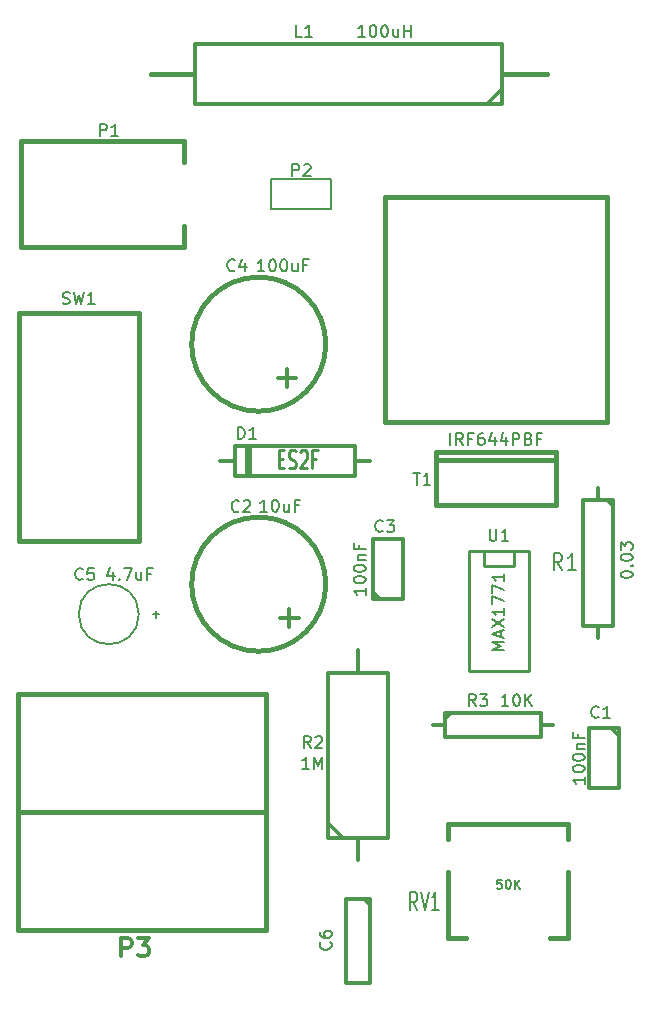
<source format=gto>
G04 (created by PCBNEW (2013-feb-26)-testing) date Mon 22 Apr 2013 05:52:35 PM PDT*
%MOIN*%
G04 Gerber Fmt 3.4, Leading zero omitted, Abs format*
%FSLAX34Y34*%
G01*
G70*
G90*
G04 APERTURE LIST*
%ADD10C,2.3622e-06*%
%ADD11C,0.015*%
%ADD12C,0.006*%
%ADD13C,0.01*%
%ADD14C,0.012*%
%ADD15C,0.005*%
%ADD16C,0.008*%
%ADD17C,0.014*%
%ADD18C,0.0075*%
G04 APERTURE END LIST*
G54D10*
G54D11*
X38000Y-41450D02*
X38000Y-49050D01*
X38000Y-49050D02*
X34000Y-49050D01*
X34000Y-49050D02*
X34000Y-41450D01*
X34000Y-41450D02*
X38000Y-41450D01*
G54D12*
X42400Y-38000D02*
X42400Y-37000D01*
X42400Y-37000D02*
X44400Y-37000D01*
X44400Y-37000D02*
X44400Y-38000D01*
X44400Y-38000D02*
X42400Y-38000D01*
G54D13*
X50500Y-49400D02*
X50500Y-49900D01*
X50500Y-49900D02*
X49500Y-49900D01*
X49500Y-49900D02*
X49500Y-49400D01*
X51000Y-49400D02*
X51000Y-53400D01*
X51000Y-53400D02*
X49000Y-53400D01*
X49000Y-53400D02*
X49000Y-49400D01*
X49000Y-49400D02*
X51000Y-49400D01*
G54D11*
X39500Y-38563D02*
X39500Y-39272D01*
X39500Y-39272D02*
X34067Y-39272D01*
X34067Y-39272D02*
X34067Y-35768D01*
X34067Y-35768D02*
X34067Y-35728D01*
X34067Y-35728D02*
X39500Y-35728D01*
X39500Y-35728D02*
X39500Y-36437D01*
X44236Y-50500D02*
G75*
G03X44236Y-50500I-2236J0D01*
G74*
G01*
X44236Y-42500D02*
G75*
G03X44236Y-42500I-2236J0D01*
G74*
G01*
G54D14*
X45700Y-61000D02*
X45700Y-63800D01*
X45700Y-63800D02*
X44900Y-63800D01*
X44900Y-63800D02*
X44900Y-61000D01*
X44900Y-61000D02*
X45700Y-61000D01*
X45500Y-61000D02*
X45700Y-61200D01*
G54D15*
X38001Y-51500D02*
G75*
G03X38001Y-51500I-1001J0D01*
G74*
G01*
G54D14*
X45800Y-50980D02*
X45800Y-49000D01*
X45800Y-49000D02*
X46800Y-49000D01*
X46800Y-49000D02*
X46800Y-51000D01*
X46800Y-51000D02*
X45800Y-51000D01*
X46050Y-51000D02*
X45800Y-50750D01*
X54000Y-55320D02*
X54000Y-57300D01*
X54000Y-57300D02*
X53000Y-57300D01*
X53000Y-57300D02*
X53000Y-55300D01*
X53000Y-55300D02*
X54000Y-55300D01*
X53750Y-55300D02*
X54000Y-55550D01*
X47800Y-55200D02*
X48200Y-55200D01*
X48200Y-55200D02*
X48200Y-54800D01*
X48200Y-54800D02*
X51400Y-54800D01*
X51400Y-54800D02*
X51400Y-55600D01*
X51400Y-55600D02*
X48200Y-55600D01*
X48200Y-55600D02*
X48200Y-55200D01*
X48200Y-55000D02*
X48400Y-54800D01*
X51800Y-55200D02*
X51400Y-55200D01*
X40700Y-46400D02*
X41200Y-46400D01*
X41200Y-46400D02*
X41200Y-46900D01*
X41200Y-46900D02*
X45200Y-46900D01*
X45200Y-46900D02*
X45200Y-46400D01*
X45200Y-46400D02*
X45700Y-46400D01*
X45200Y-46400D02*
X45200Y-45900D01*
X45200Y-45900D02*
X41200Y-45900D01*
X41200Y-45900D02*
X41200Y-46400D01*
X41700Y-46900D02*
X41700Y-45900D01*
X41600Y-46900D02*
X41600Y-45900D01*
X45300Y-59700D02*
X45300Y-59700D01*
X45300Y-59700D02*
X45300Y-59700D01*
X45300Y-53450D02*
X45300Y-52700D01*
X45300Y-52700D02*
X45300Y-52700D01*
X46300Y-53450D02*
X46300Y-58950D01*
X44300Y-58950D02*
X44300Y-53450D01*
X44800Y-58950D02*
X44300Y-58450D01*
X44300Y-53450D02*
X46300Y-53450D01*
X44300Y-58950D02*
X46300Y-58950D01*
X45300Y-59700D02*
X45300Y-58950D01*
X53300Y-47300D02*
X53300Y-47700D01*
X53300Y-52300D02*
X53300Y-51900D01*
X53800Y-51900D02*
X52800Y-51900D01*
X52800Y-51900D02*
X52800Y-47700D01*
X52800Y-47700D02*
X53800Y-47700D01*
X53800Y-47700D02*
X53800Y-51900D01*
X53600Y-47700D02*
X53800Y-47900D01*
G54D11*
X50150Y-33500D02*
X51600Y-33500D01*
X39800Y-33500D02*
X38400Y-33500D01*
G54D14*
X39882Y-32500D02*
X50118Y-32500D01*
X50118Y-34500D02*
X39882Y-34500D01*
X50112Y-34000D02*
X49612Y-34500D01*
X39882Y-34500D02*
X39882Y-32500D01*
X50118Y-34500D02*
X50118Y-32500D01*
G54D11*
X33966Y-58100D02*
X42234Y-58100D01*
X33966Y-54163D02*
X33966Y-62037D01*
X42234Y-54163D02*
X42234Y-62037D01*
X33966Y-54163D02*
X42234Y-54163D01*
X42234Y-62037D02*
X33966Y-62037D01*
X53600Y-37600D02*
X46200Y-37600D01*
X53600Y-45100D02*
X53600Y-37600D01*
X46200Y-45100D02*
X46200Y-37600D01*
X46200Y-45100D02*
X53600Y-45100D01*
X47900Y-46350D02*
X47900Y-46100D01*
X47900Y-46100D02*
X51900Y-46100D01*
X51900Y-46100D02*
X51900Y-46350D01*
X47900Y-47850D02*
X47900Y-46350D01*
X47900Y-46350D02*
X51900Y-46350D01*
X51900Y-46350D02*
X51900Y-47850D01*
X51900Y-47850D02*
X47900Y-47850D01*
X52300Y-60300D02*
X52300Y-60100D01*
X52300Y-58800D02*
X52300Y-59000D01*
X48300Y-58800D02*
X48300Y-59000D01*
X48300Y-60300D02*
X48300Y-60100D01*
X48800Y-62300D02*
X48900Y-62300D01*
X48300Y-60300D02*
X48300Y-62300D01*
X48300Y-62300D02*
X48800Y-62300D01*
X52300Y-58800D02*
X52300Y-58500D01*
X52300Y-58500D02*
X48300Y-58500D01*
X48300Y-58500D02*
X48300Y-58800D01*
X51700Y-62300D02*
X52300Y-62300D01*
X52300Y-62300D02*
X52300Y-60300D01*
G54D16*
X35466Y-41142D02*
X35523Y-41161D01*
X35619Y-41161D01*
X35657Y-41142D01*
X35676Y-41123D01*
X35695Y-41085D01*
X35695Y-41047D01*
X35676Y-41009D01*
X35657Y-40990D01*
X35619Y-40971D01*
X35542Y-40952D01*
X35504Y-40933D01*
X35485Y-40914D01*
X35466Y-40876D01*
X35466Y-40838D01*
X35485Y-40800D01*
X35504Y-40780D01*
X35542Y-40761D01*
X35638Y-40761D01*
X35695Y-40780D01*
X35828Y-40761D02*
X35923Y-41161D01*
X36000Y-40876D01*
X36076Y-41161D01*
X36171Y-40761D01*
X36533Y-41161D02*
X36304Y-41161D01*
X36419Y-41161D02*
X36419Y-40761D01*
X36380Y-40819D01*
X36342Y-40857D01*
X36304Y-40876D01*
X43124Y-36901D02*
X43124Y-36501D01*
X43277Y-36501D01*
X43315Y-36520D01*
X43334Y-36540D01*
X43353Y-36578D01*
X43353Y-36635D01*
X43334Y-36673D01*
X43315Y-36692D01*
X43277Y-36711D01*
X43124Y-36711D01*
X43505Y-36540D02*
X43524Y-36520D01*
X43562Y-36501D01*
X43658Y-36501D01*
X43696Y-36520D01*
X43715Y-36540D01*
X43734Y-36578D01*
X43734Y-36616D01*
X43715Y-36673D01*
X43486Y-36901D01*
X43734Y-36901D01*
X49695Y-48661D02*
X49695Y-48985D01*
X49714Y-49023D01*
X49733Y-49042D01*
X49771Y-49061D01*
X49847Y-49061D01*
X49885Y-49042D01*
X49904Y-49023D01*
X49923Y-48985D01*
X49923Y-48661D01*
X50323Y-49061D02*
X50095Y-49061D01*
X50209Y-49061D02*
X50209Y-48661D01*
X50171Y-48719D01*
X50133Y-48757D01*
X50095Y-48776D01*
X50181Y-52691D02*
X49781Y-52691D01*
X50067Y-52557D01*
X49781Y-52424D01*
X50181Y-52424D01*
X50067Y-52253D02*
X50067Y-52062D01*
X50181Y-52291D02*
X49781Y-52157D01*
X50181Y-52024D01*
X49781Y-51929D02*
X50181Y-51662D01*
X49781Y-51662D02*
X50181Y-51929D01*
X50181Y-51300D02*
X50181Y-51529D01*
X50181Y-51414D02*
X49781Y-51414D01*
X49839Y-51453D01*
X49877Y-51491D01*
X49896Y-51529D01*
X49781Y-51167D02*
X49781Y-50900D01*
X50181Y-51072D01*
X49781Y-50786D02*
X49781Y-50519D01*
X50181Y-50691D01*
X50181Y-50157D02*
X50181Y-50386D01*
X50181Y-50272D02*
X49781Y-50272D01*
X49839Y-50310D01*
X49877Y-50348D01*
X49896Y-50386D01*
X36704Y-35561D02*
X36704Y-35161D01*
X36857Y-35161D01*
X36895Y-35180D01*
X36914Y-35200D01*
X36933Y-35238D01*
X36933Y-35295D01*
X36914Y-35333D01*
X36895Y-35352D01*
X36857Y-35371D01*
X36704Y-35371D01*
X37314Y-35561D02*
X37085Y-35561D01*
X37200Y-35561D02*
X37200Y-35161D01*
X37161Y-35219D01*
X37123Y-35257D01*
X37085Y-35276D01*
X41343Y-48063D02*
X41324Y-48082D01*
X41267Y-48101D01*
X41229Y-48101D01*
X41171Y-48082D01*
X41133Y-48044D01*
X41114Y-48006D01*
X41095Y-47930D01*
X41095Y-47873D01*
X41114Y-47797D01*
X41133Y-47759D01*
X41171Y-47720D01*
X41229Y-47701D01*
X41267Y-47701D01*
X41324Y-47720D01*
X41343Y-47740D01*
X41495Y-47740D02*
X41514Y-47720D01*
X41552Y-47701D01*
X41648Y-47701D01*
X41686Y-47720D01*
X41705Y-47740D01*
X41724Y-47778D01*
X41724Y-47816D01*
X41705Y-47873D01*
X41476Y-48101D01*
X41724Y-48101D01*
X42281Y-48081D02*
X42052Y-48081D01*
X42167Y-48081D02*
X42167Y-47681D01*
X42129Y-47739D01*
X42090Y-47777D01*
X42052Y-47796D01*
X42529Y-47681D02*
X42567Y-47681D01*
X42605Y-47700D01*
X42624Y-47720D01*
X42643Y-47758D01*
X42662Y-47834D01*
X42662Y-47929D01*
X42643Y-48005D01*
X42624Y-48043D01*
X42605Y-48062D01*
X42567Y-48081D01*
X42529Y-48081D01*
X42490Y-48062D01*
X42471Y-48043D01*
X42452Y-48005D01*
X42433Y-47929D01*
X42433Y-47834D01*
X42452Y-47758D01*
X42471Y-47720D01*
X42490Y-47700D01*
X42529Y-47681D01*
X43005Y-47815D02*
X43005Y-48081D01*
X42833Y-47815D02*
X42833Y-48024D01*
X42852Y-48062D01*
X42890Y-48081D01*
X42948Y-48081D01*
X42986Y-48062D01*
X43005Y-48043D01*
X43329Y-47872D02*
X43195Y-47872D01*
X43195Y-48081D02*
X43195Y-47681D01*
X43386Y-47681D01*
G54D17*
X42719Y-51621D02*
X43328Y-51621D01*
X43024Y-51925D02*
X43024Y-51316D01*
G54D16*
X41203Y-40033D02*
X41184Y-40052D01*
X41127Y-40071D01*
X41089Y-40071D01*
X41031Y-40052D01*
X40993Y-40014D01*
X40974Y-39976D01*
X40955Y-39900D01*
X40955Y-39843D01*
X40974Y-39767D01*
X40993Y-39729D01*
X41031Y-39690D01*
X41089Y-39671D01*
X41127Y-39671D01*
X41184Y-39690D01*
X41203Y-39710D01*
X41546Y-39805D02*
X41546Y-40071D01*
X41450Y-39652D02*
X41355Y-39938D01*
X41603Y-39938D01*
X42190Y-40071D02*
X41962Y-40071D01*
X42076Y-40071D02*
X42076Y-39671D01*
X42038Y-39729D01*
X42000Y-39767D01*
X41962Y-39786D01*
X42438Y-39671D02*
X42476Y-39671D01*
X42514Y-39690D01*
X42533Y-39710D01*
X42552Y-39748D01*
X42571Y-39824D01*
X42571Y-39919D01*
X42552Y-39995D01*
X42533Y-40033D01*
X42514Y-40052D01*
X42476Y-40071D01*
X42438Y-40071D01*
X42400Y-40052D01*
X42381Y-40033D01*
X42362Y-39995D01*
X42343Y-39919D01*
X42343Y-39824D01*
X42362Y-39748D01*
X42381Y-39710D01*
X42400Y-39690D01*
X42438Y-39671D01*
X42819Y-39671D02*
X42857Y-39671D01*
X42895Y-39690D01*
X42914Y-39710D01*
X42933Y-39748D01*
X42952Y-39824D01*
X42952Y-39919D01*
X42933Y-39995D01*
X42914Y-40033D01*
X42895Y-40052D01*
X42857Y-40071D01*
X42819Y-40071D01*
X42781Y-40052D01*
X42762Y-40033D01*
X42743Y-39995D01*
X42724Y-39919D01*
X42724Y-39824D01*
X42743Y-39748D01*
X42762Y-39710D01*
X42781Y-39690D01*
X42819Y-39671D01*
X43295Y-39805D02*
X43295Y-40071D01*
X43124Y-39805D02*
X43124Y-40014D01*
X43143Y-40052D01*
X43181Y-40071D01*
X43238Y-40071D01*
X43276Y-40052D01*
X43295Y-40033D01*
X43619Y-39862D02*
X43486Y-39862D01*
X43486Y-40071D02*
X43486Y-39671D01*
X43676Y-39671D01*
G54D17*
X42639Y-43622D02*
X43248Y-43622D01*
X42944Y-43926D02*
X42944Y-43317D01*
G54D16*
X44389Y-62434D02*
X44408Y-62453D01*
X44427Y-62510D01*
X44427Y-62548D01*
X44408Y-62606D01*
X44370Y-62644D01*
X44332Y-62663D01*
X44256Y-62682D01*
X44199Y-62682D01*
X44123Y-62663D01*
X44085Y-62644D01*
X44046Y-62606D01*
X44027Y-62548D01*
X44027Y-62510D01*
X44046Y-62453D01*
X44066Y-62434D01*
X44027Y-62091D02*
X44027Y-62167D01*
X44046Y-62206D01*
X44066Y-62225D01*
X44123Y-62263D01*
X44199Y-62282D01*
X44351Y-62282D01*
X44389Y-62263D01*
X44408Y-62244D01*
X44427Y-62206D01*
X44427Y-62129D01*
X44408Y-62091D01*
X44389Y-62072D01*
X44351Y-62053D01*
X44256Y-62053D01*
X44218Y-62072D01*
X44199Y-62091D01*
X44180Y-62129D01*
X44180Y-62206D01*
X44199Y-62244D01*
X44218Y-62263D01*
X44256Y-62282D01*
X36133Y-50323D02*
X36114Y-50342D01*
X36057Y-50361D01*
X36019Y-50361D01*
X35961Y-50342D01*
X35923Y-50304D01*
X35904Y-50266D01*
X35885Y-50190D01*
X35885Y-50133D01*
X35904Y-50057D01*
X35923Y-50019D01*
X35961Y-49980D01*
X36019Y-49961D01*
X36057Y-49961D01*
X36114Y-49980D01*
X36133Y-50000D01*
X36495Y-49961D02*
X36304Y-49961D01*
X36285Y-50152D01*
X36304Y-50133D01*
X36342Y-50114D01*
X36438Y-50114D01*
X36476Y-50133D01*
X36495Y-50152D01*
X36514Y-50190D01*
X36514Y-50285D01*
X36495Y-50323D01*
X36476Y-50342D01*
X36438Y-50361D01*
X36342Y-50361D01*
X36304Y-50342D01*
X36285Y-50323D01*
X37138Y-50095D02*
X37138Y-50361D01*
X37042Y-49942D02*
X36947Y-50228D01*
X37195Y-50228D01*
X37347Y-50323D02*
X37366Y-50342D01*
X37347Y-50361D01*
X37328Y-50342D01*
X37347Y-50323D01*
X37347Y-50361D01*
X37500Y-49961D02*
X37766Y-49961D01*
X37595Y-50361D01*
X38090Y-50095D02*
X38090Y-50361D01*
X37919Y-50095D02*
X37919Y-50304D01*
X37938Y-50342D01*
X37976Y-50361D01*
X38033Y-50361D01*
X38071Y-50342D01*
X38090Y-50323D01*
X38414Y-50152D02*
X38280Y-50152D01*
X38280Y-50361D02*
X38280Y-49961D01*
X38471Y-49961D01*
G54D18*
X38460Y-51507D02*
X38689Y-51507D01*
X38575Y-51621D02*
X38575Y-51392D01*
G54D16*
X46133Y-48723D02*
X46114Y-48742D01*
X46057Y-48761D01*
X46019Y-48761D01*
X45961Y-48742D01*
X45923Y-48704D01*
X45904Y-48666D01*
X45885Y-48590D01*
X45885Y-48533D01*
X45904Y-48457D01*
X45923Y-48419D01*
X45961Y-48380D01*
X46019Y-48361D01*
X46057Y-48361D01*
X46114Y-48380D01*
X46133Y-48400D01*
X46266Y-48361D02*
X46514Y-48361D01*
X46380Y-48514D01*
X46438Y-48514D01*
X46476Y-48533D01*
X46495Y-48552D01*
X46514Y-48590D01*
X46514Y-48685D01*
X46495Y-48723D01*
X46476Y-48742D01*
X46438Y-48761D01*
X46323Y-48761D01*
X46285Y-48742D01*
X46266Y-48723D01*
X45561Y-50619D02*
X45561Y-50847D01*
X45561Y-50733D02*
X45161Y-50733D01*
X45219Y-50771D01*
X45257Y-50809D01*
X45276Y-50847D01*
X45161Y-50371D02*
X45161Y-50333D01*
X45180Y-50295D01*
X45200Y-50276D01*
X45238Y-50257D01*
X45314Y-50238D01*
X45409Y-50238D01*
X45485Y-50257D01*
X45523Y-50276D01*
X45542Y-50295D01*
X45561Y-50333D01*
X45561Y-50371D01*
X45542Y-50409D01*
X45523Y-50428D01*
X45485Y-50447D01*
X45409Y-50466D01*
X45314Y-50466D01*
X45238Y-50447D01*
X45200Y-50428D01*
X45180Y-50409D01*
X45161Y-50371D01*
X45161Y-49990D02*
X45161Y-49952D01*
X45180Y-49914D01*
X45200Y-49895D01*
X45238Y-49876D01*
X45314Y-49857D01*
X45409Y-49857D01*
X45485Y-49876D01*
X45523Y-49895D01*
X45542Y-49914D01*
X45561Y-49952D01*
X45561Y-49990D01*
X45542Y-50028D01*
X45523Y-50047D01*
X45485Y-50066D01*
X45409Y-50085D01*
X45314Y-50085D01*
X45238Y-50066D01*
X45200Y-50047D01*
X45180Y-50028D01*
X45161Y-49990D01*
X45295Y-49685D02*
X45561Y-49685D01*
X45333Y-49685D02*
X45314Y-49666D01*
X45295Y-49628D01*
X45295Y-49571D01*
X45314Y-49533D01*
X45352Y-49514D01*
X45561Y-49514D01*
X45352Y-49190D02*
X45352Y-49323D01*
X45561Y-49323D02*
X45161Y-49323D01*
X45161Y-49133D01*
X53333Y-54923D02*
X53314Y-54942D01*
X53257Y-54961D01*
X53219Y-54961D01*
X53161Y-54942D01*
X53123Y-54904D01*
X53104Y-54866D01*
X53085Y-54790D01*
X53085Y-54733D01*
X53104Y-54657D01*
X53123Y-54619D01*
X53161Y-54580D01*
X53219Y-54561D01*
X53257Y-54561D01*
X53314Y-54580D01*
X53333Y-54600D01*
X53714Y-54961D02*
X53485Y-54961D01*
X53600Y-54961D02*
X53600Y-54561D01*
X53561Y-54619D01*
X53523Y-54657D01*
X53485Y-54676D01*
X52861Y-56919D02*
X52861Y-57147D01*
X52861Y-57033D02*
X52461Y-57033D01*
X52519Y-57071D01*
X52557Y-57109D01*
X52576Y-57147D01*
X52461Y-56671D02*
X52461Y-56633D01*
X52480Y-56595D01*
X52500Y-56576D01*
X52538Y-56557D01*
X52614Y-56538D01*
X52709Y-56538D01*
X52785Y-56557D01*
X52823Y-56576D01*
X52842Y-56595D01*
X52861Y-56633D01*
X52861Y-56671D01*
X52842Y-56709D01*
X52823Y-56728D01*
X52785Y-56747D01*
X52709Y-56766D01*
X52614Y-56766D01*
X52538Y-56747D01*
X52500Y-56728D01*
X52480Y-56709D01*
X52461Y-56671D01*
X52461Y-56290D02*
X52461Y-56252D01*
X52480Y-56214D01*
X52500Y-56195D01*
X52538Y-56176D01*
X52614Y-56157D01*
X52709Y-56157D01*
X52785Y-56176D01*
X52823Y-56195D01*
X52842Y-56214D01*
X52861Y-56252D01*
X52861Y-56290D01*
X52842Y-56328D01*
X52823Y-56347D01*
X52785Y-56366D01*
X52709Y-56385D01*
X52614Y-56385D01*
X52538Y-56366D01*
X52500Y-56347D01*
X52480Y-56328D01*
X52461Y-56290D01*
X52595Y-55985D02*
X52861Y-55985D01*
X52633Y-55985D02*
X52614Y-55966D01*
X52595Y-55928D01*
X52595Y-55871D01*
X52614Y-55833D01*
X52652Y-55814D01*
X52861Y-55814D01*
X52652Y-55490D02*
X52652Y-55623D01*
X52861Y-55623D02*
X52461Y-55623D01*
X52461Y-55433D01*
X49233Y-54561D02*
X49100Y-54371D01*
X49004Y-54561D02*
X49004Y-54161D01*
X49157Y-54161D01*
X49195Y-54180D01*
X49214Y-54200D01*
X49233Y-54238D01*
X49233Y-54295D01*
X49214Y-54333D01*
X49195Y-54352D01*
X49157Y-54371D01*
X49004Y-54371D01*
X49366Y-54161D02*
X49614Y-54161D01*
X49480Y-54314D01*
X49538Y-54314D01*
X49576Y-54333D01*
X49595Y-54352D01*
X49614Y-54390D01*
X49614Y-54485D01*
X49595Y-54523D01*
X49576Y-54542D01*
X49538Y-54561D01*
X49423Y-54561D01*
X49385Y-54542D01*
X49366Y-54523D01*
X50323Y-54561D02*
X50095Y-54561D01*
X50209Y-54561D02*
X50209Y-54161D01*
X50171Y-54219D01*
X50133Y-54257D01*
X50095Y-54276D01*
X50571Y-54161D02*
X50609Y-54161D01*
X50647Y-54180D01*
X50666Y-54200D01*
X50685Y-54238D01*
X50704Y-54314D01*
X50704Y-54409D01*
X50685Y-54485D01*
X50666Y-54523D01*
X50647Y-54542D01*
X50609Y-54561D01*
X50571Y-54561D01*
X50533Y-54542D01*
X50514Y-54523D01*
X50495Y-54485D01*
X50476Y-54409D01*
X50476Y-54314D01*
X50495Y-54238D01*
X50514Y-54200D01*
X50533Y-54180D01*
X50571Y-54161D01*
X50876Y-54561D02*
X50876Y-54161D01*
X51104Y-54561D02*
X50933Y-54333D01*
X51104Y-54161D02*
X50876Y-54390D01*
X41304Y-45661D02*
X41304Y-45261D01*
X41400Y-45261D01*
X41457Y-45280D01*
X41495Y-45319D01*
X41514Y-45357D01*
X41533Y-45433D01*
X41533Y-45490D01*
X41514Y-45566D01*
X41495Y-45604D01*
X41457Y-45642D01*
X41400Y-45661D01*
X41304Y-45661D01*
X41914Y-45661D02*
X41685Y-45661D01*
X41800Y-45661D02*
X41800Y-45261D01*
X41761Y-45319D01*
X41723Y-45357D01*
X41685Y-45376D01*
G54D13*
X42661Y-46328D02*
X42795Y-46328D01*
X42852Y-46642D02*
X42661Y-46642D01*
X42661Y-46042D01*
X42852Y-46042D01*
X43004Y-46614D02*
X43061Y-46642D01*
X43157Y-46642D01*
X43195Y-46614D01*
X43214Y-46585D01*
X43233Y-46528D01*
X43233Y-46471D01*
X43214Y-46414D01*
X43195Y-46385D01*
X43157Y-46357D01*
X43080Y-46328D01*
X43042Y-46300D01*
X43023Y-46271D01*
X43004Y-46214D01*
X43004Y-46157D01*
X43023Y-46100D01*
X43042Y-46071D01*
X43080Y-46042D01*
X43176Y-46042D01*
X43233Y-46071D01*
X43385Y-46100D02*
X43404Y-46071D01*
X43442Y-46042D01*
X43538Y-46042D01*
X43576Y-46071D01*
X43595Y-46100D01*
X43614Y-46157D01*
X43614Y-46214D01*
X43595Y-46300D01*
X43366Y-46642D01*
X43614Y-46642D01*
X43919Y-46328D02*
X43785Y-46328D01*
X43785Y-46642D02*
X43785Y-46042D01*
X43976Y-46042D01*
G54D16*
X43733Y-55961D02*
X43600Y-55771D01*
X43504Y-55961D02*
X43504Y-55561D01*
X43657Y-55561D01*
X43695Y-55580D01*
X43714Y-55600D01*
X43733Y-55638D01*
X43733Y-55695D01*
X43714Y-55733D01*
X43695Y-55752D01*
X43657Y-55771D01*
X43504Y-55771D01*
X43885Y-55600D02*
X43904Y-55580D01*
X43942Y-55561D01*
X44038Y-55561D01*
X44076Y-55580D01*
X44095Y-55600D01*
X44114Y-55638D01*
X44114Y-55676D01*
X44095Y-55733D01*
X43866Y-55961D01*
X44114Y-55961D01*
X43685Y-56661D02*
X43457Y-56661D01*
X43571Y-56661D02*
X43571Y-56261D01*
X43533Y-56319D01*
X43495Y-56357D01*
X43457Y-56376D01*
X43857Y-56661D02*
X43857Y-56261D01*
X43990Y-56547D01*
X44123Y-56261D01*
X44123Y-56661D01*
X52116Y-50022D02*
X51950Y-49760D01*
X51830Y-50022D02*
X51830Y-49472D01*
X52021Y-49472D01*
X52069Y-49498D01*
X52092Y-49525D01*
X52116Y-49577D01*
X52116Y-49655D01*
X52092Y-49708D01*
X52069Y-49734D01*
X52021Y-49760D01*
X51830Y-49760D01*
X52592Y-50022D02*
X52307Y-50022D01*
X52450Y-50022D02*
X52450Y-49472D01*
X52402Y-49551D01*
X52354Y-49603D01*
X52307Y-49629D01*
X54061Y-50195D02*
X54061Y-50157D01*
X54080Y-50119D01*
X54100Y-50100D01*
X54138Y-50080D01*
X54214Y-50061D01*
X54309Y-50061D01*
X54385Y-50080D01*
X54423Y-50100D01*
X54442Y-50119D01*
X54461Y-50157D01*
X54461Y-50195D01*
X54442Y-50233D01*
X54423Y-50252D01*
X54385Y-50271D01*
X54309Y-50290D01*
X54214Y-50290D01*
X54138Y-50271D01*
X54100Y-50252D01*
X54080Y-50233D01*
X54061Y-50195D01*
X54423Y-49890D02*
X54442Y-49871D01*
X54461Y-49890D01*
X54442Y-49909D01*
X54423Y-49890D01*
X54461Y-49890D01*
X54061Y-49623D02*
X54061Y-49585D01*
X54080Y-49547D01*
X54100Y-49528D01*
X54138Y-49509D01*
X54214Y-49490D01*
X54309Y-49490D01*
X54385Y-49509D01*
X54423Y-49528D01*
X54442Y-49547D01*
X54461Y-49585D01*
X54461Y-49623D01*
X54442Y-49661D01*
X54423Y-49680D01*
X54385Y-49699D01*
X54309Y-49719D01*
X54214Y-49719D01*
X54138Y-49699D01*
X54100Y-49680D01*
X54080Y-49661D01*
X54061Y-49623D01*
X54061Y-49357D02*
X54061Y-49109D01*
X54214Y-49242D01*
X54214Y-49185D01*
X54233Y-49147D01*
X54252Y-49128D01*
X54290Y-49109D01*
X54385Y-49109D01*
X54423Y-49128D01*
X54442Y-49147D01*
X54461Y-49185D01*
X54461Y-49299D01*
X54442Y-49338D01*
X54423Y-49357D01*
X43433Y-32261D02*
X43242Y-32261D01*
X43242Y-31861D01*
X43776Y-32261D02*
X43547Y-32261D01*
X43661Y-32261D02*
X43661Y-31861D01*
X43623Y-31919D01*
X43585Y-31957D01*
X43547Y-31976D01*
X45542Y-32261D02*
X45314Y-32261D01*
X45428Y-32261D02*
X45428Y-31861D01*
X45390Y-31919D01*
X45352Y-31957D01*
X45314Y-31976D01*
X45790Y-31861D02*
X45828Y-31861D01*
X45866Y-31880D01*
X45885Y-31900D01*
X45904Y-31938D01*
X45923Y-32014D01*
X45923Y-32109D01*
X45904Y-32185D01*
X45885Y-32223D01*
X45866Y-32242D01*
X45828Y-32261D01*
X45790Y-32261D01*
X45752Y-32242D01*
X45733Y-32223D01*
X45714Y-32185D01*
X45695Y-32109D01*
X45695Y-32014D01*
X45714Y-31938D01*
X45733Y-31900D01*
X45752Y-31880D01*
X45790Y-31861D01*
X46171Y-31861D02*
X46209Y-31861D01*
X46247Y-31880D01*
X46266Y-31900D01*
X46285Y-31938D01*
X46304Y-32014D01*
X46304Y-32109D01*
X46285Y-32185D01*
X46266Y-32223D01*
X46247Y-32242D01*
X46209Y-32261D01*
X46171Y-32261D01*
X46133Y-32242D01*
X46114Y-32223D01*
X46095Y-32185D01*
X46076Y-32109D01*
X46076Y-32014D01*
X46095Y-31938D01*
X46114Y-31900D01*
X46133Y-31880D01*
X46171Y-31861D01*
X46647Y-31995D02*
X46647Y-32261D01*
X46476Y-31995D02*
X46476Y-32204D01*
X46495Y-32242D01*
X46533Y-32261D01*
X46590Y-32261D01*
X46628Y-32242D01*
X46647Y-32223D01*
X46838Y-32261D02*
X46838Y-31861D01*
X46838Y-32052D02*
X47066Y-32052D01*
X47066Y-32261D02*
X47066Y-31861D01*
G54D14*
X37418Y-62902D02*
X37418Y-62302D01*
X37646Y-62302D01*
X37703Y-62331D01*
X37732Y-62360D01*
X37761Y-62417D01*
X37761Y-62502D01*
X37732Y-62560D01*
X37703Y-62588D01*
X37646Y-62617D01*
X37418Y-62617D01*
X37961Y-62302D02*
X38332Y-62302D01*
X38132Y-62531D01*
X38218Y-62531D01*
X38275Y-62560D01*
X38303Y-62588D01*
X38332Y-62645D01*
X38332Y-62788D01*
X38303Y-62845D01*
X38275Y-62874D01*
X38218Y-62902D01*
X38046Y-62902D01*
X37989Y-62874D01*
X37961Y-62845D01*
G54D16*
X47154Y-46782D02*
X47382Y-46782D01*
X47268Y-47182D02*
X47268Y-46782D01*
X47725Y-47182D02*
X47497Y-47182D01*
X47611Y-47182D02*
X47611Y-46782D01*
X47573Y-46840D01*
X47535Y-46878D01*
X47497Y-46897D01*
X48385Y-45861D02*
X48385Y-45461D01*
X48804Y-45861D02*
X48671Y-45671D01*
X48576Y-45861D02*
X48576Y-45461D01*
X48728Y-45461D01*
X48766Y-45480D01*
X48785Y-45500D01*
X48804Y-45538D01*
X48804Y-45595D01*
X48785Y-45633D01*
X48766Y-45652D01*
X48728Y-45671D01*
X48576Y-45671D01*
X49109Y-45652D02*
X48976Y-45652D01*
X48976Y-45861D02*
X48976Y-45461D01*
X49166Y-45461D01*
X49490Y-45461D02*
X49414Y-45461D01*
X49376Y-45480D01*
X49357Y-45500D01*
X49319Y-45557D01*
X49300Y-45633D01*
X49300Y-45785D01*
X49319Y-45823D01*
X49338Y-45842D01*
X49376Y-45861D01*
X49452Y-45861D01*
X49490Y-45842D01*
X49509Y-45823D01*
X49528Y-45785D01*
X49528Y-45690D01*
X49509Y-45652D01*
X49490Y-45633D01*
X49452Y-45614D01*
X49376Y-45614D01*
X49338Y-45633D01*
X49319Y-45652D01*
X49300Y-45690D01*
X49871Y-45595D02*
X49871Y-45861D01*
X49776Y-45442D02*
X49680Y-45728D01*
X49928Y-45728D01*
X50252Y-45595D02*
X50252Y-45861D01*
X50157Y-45442D02*
X50061Y-45728D01*
X50309Y-45728D01*
X50461Y-45861D02*
X50461Y-45461D01*
X50614Y-45461D01*
X50652Y-45480D01*
X50671Y-45500D01*
X50690Y-45538D01*
X50690Y-45595D01*
X50671Y-45633D01*
X50652Y-45652D01*
X50614Y-45671D01*
X50461Y-45671D01*
X50995Y-45652D02*
X51052Y-45671D01*
X51071Y-45690D01*
X51090Y-45728D01*
X51090Y-45785D01*
X51071Y-45823D01*
X51052Y-45842D01*
X51014Y-45861D01*
X50861Y-45861D01*
X50861Y-45461D01*
X50995Y-45461D01*
X51033Y-45480D01*
X51052Y-45500D01*
X51071Y-45538D01*
X51071Y-45576D01*
X51052Y-45614D01*
X51033Y-45633D01*
X50995Y-45652D01*
X50861Y-45652D01*
X51395Y-45652D02*
X51261Y-45652D01*
X51261Y-45861D02*
X51261Y-45461D01*
X51452Y-45461D01*
X47281Y-61372D02*
X47148Y-61087D01*
X47053Y-61372D02*
X47053Y-60772D01*
X47205Y-60772D01*
X47243Y-60801D01*
X47262Y-60830D01*
X47281Y-60887D01*
X47281Y-60972D01*
X47262Y-61030D01*
X47243Y-61058D01*
X47205Y-61087D01*
X47053Y-61087D01*
X47396Y-60772D02*
X47529Y-61372D01*
X47662Y-60772D01*
X48005Y-61372D02*
X47777Y-61372D01*
X47891Y-61372D02*
X47891Y-60772D01*
X47853Y-60858D01*
X47815Y-60915D01*
X47777Y-60944D01*
G54D15*
X50098Y-60351D02*
X49955Y-60351D01*
X49941Y-60494D01*
X49955Y-60480D01*
X49984Y-60465D01*
X50055Y-60465D01*
X50084Y-60480D01*
X50098Y-60494D01*
X50112Y-60522D01*
X50112Y-60594D01*
X50098Y-60622D01*
X50084Y-60637D01*
X50055Y-60651D01*
X49984Y-60651D01*
X49955Y-60637D01*
X49941Y-60622D01*
X50298Y-60351D02*
X50327Y-60351D01*
X50355Y-60365D01*
X50370Y-60380D01*
X50384Y-60408D01*
X50398Y-60465D01*
X50398Y-60537D01*
X50384Y-60594D01*
X50370Y-60622D01*
X50355Y-60637D01*
X50327Y-60651D01*
X50298Y-60651D01*
X50270Y-60637D01*
X50255Y-60622D01*
X50241Y-60594D01*
X50227Y-60537D01*
X50227Y-60465D01*
X50241Y-60408D01*
X50255Y-60380D01*
X50270Y-60365D01*
X50298Y-60351D01*
X50527Y-60651D02*
X50527Y-60351D01*
X50698Y-60651D02*
X50570Y-60480D01*
X50698Y-60351D02*
X50527Y-60522D01*
M02*

</source>
